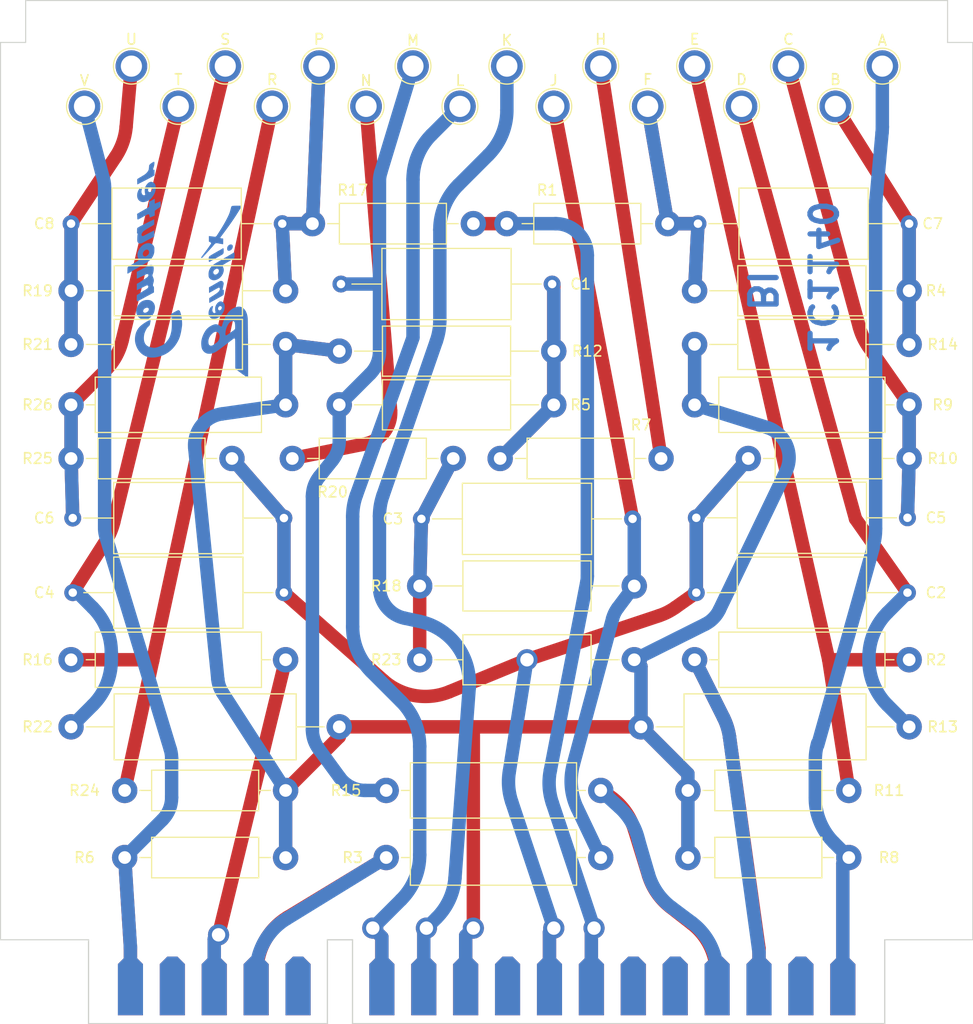
<source format=kicad_pcb>
(kicad_pcb (version 20211014) (generator pcbnew)
  (layers (0 "F.Cu" signal) (31 "B.Cu" signal) (34 "B.Paste" user) (35 "F.Paste" user) (36 "B.SilkS" user "B.Silkscreen") (37 "F.SilkS" user "F.Silkscreen") (38 "B.Mask" user) (39 "F.Mask" user) (44 "Edge.Cuts" user))
  (net 0 "")
  (net 1 "/+100V")
  (net 2 "GND")
  (net 3 "/V2P1")
  (net 4 "/Input 1")
  (net 5 "/V1P2")
  (net 6 "/-160V")
  (net 7 "/V2P2")
  (net 8 "/V2P7")
  (net 9 "/Filament 2")
  (net 10 "/Filament 1")
  (net 11 "Net-(C1-Pad2)")
  (net 12 "/V2P3")
  (net 13 "/V2P6")
  (net 14 "Net-(C3-Pad2)")
  (net 15 "/V3P3")
  (net 16 "/V1P3")
  (net 17 "/V3P1")
  (net 18 "/V1P1")
  (net 20 "/Output 1_{0}")
  (net 21 "/Output 1_{1}")
  (net 26 "/Output 2_{1}")
  (net 27 "/Output 2_{0}")
  (net 35 "/V3P6")
  (net 36 "/V3P7")
  (net 37 "/V1P6")
  (net 38 "/V1P8")
  (net 39 "/Input 2")
  (footprint "TestPoint:TestPoint_Plated_Hole_D2.0mm" (layer "F.Cu") (at 134.62 60.02 180)
    (fp_text reference "TP7")
    (fp_text value "N")
  )
  (footprint "TestPoint:TestPoint_Plated_Hole_D2.0mm" (layer "F.Cu") (at 156.845 56.21)
    (fp_text reference "TP12")
    (fp_text value "H")
  )
  (footprint "Resistor_THT:R_Axial_DIN0516_L15.5mm_D5.0mm_P20.32mm_Horizontal" (layer "F.Cu") (at 165.735 112.395)
    (fp_text reference "R2")
    (fp_text value "3.9K 1W 5%")
  )
  (footprint "Resistor_THT:R_Axial_DIN0411_L9.9mm_D3.6mm_P15.24mm_Horizontal" (layer "F.Cu") (at 147.955 71.12)
    (fp_text reference "R1")
    (fp_text value "33K 1/2W 5%")
  )
  (footprint "TestPoint:TestPoint_Plated_Hole_D2.0mm" (layer "F.Cu") (at 112.395 56.21)
    (fp_text reference "TP2")
    (fp_text value "U")
  )
  (footprint "Resistor_THT:R_Axial_DIN0411_L9.9mm_D3.6mm_P15.24mm_Horizontal" (layer "F.Cu") (at 111.76 131.115)
    (fp_text reference "R6")
    (fp_text value "560K 1/2W 5%")
  )
  (footprint "Capacitor_THT:C_Axial_L12.0mm_D6.5mm_P20.00mm_Horizontal" (layer "F.Cu") (at 185.895 98.9584 180)
    (fp_text reference "C5")
    (fp_text value "300nF 500V")
  )
  (footprint "Resistor_THT:R_Axial_DIN0414_L11.9mm_D4.5mm_P20.32mm_Horizontal" (layer "F.Cu") (at 139.7 112.395)
    (fp_text reference "R23")
    (fp_text value "33K 1/4W 1%")
  )
  (footprint "Resistor_THT:R_Axial_DIN0617_L17.0mm_D6.0mm_P25.40mm_Horizontal" (layer "F.Cu") (at 186.055 118.745 180)
    (fp_text reference "R13")
    (fp_text value "3.9K 1/2W 1%")
  )
  (footprint "TestPoint:TestPoint_Plated_Hole_D2.0mm" (layer "F.Cu") (at 116.84 60.02)
    (fp_text reference "TP3")
    (fp_text value "T")
  )
  (footprint "Capacitor_THT:C_Axial_L12.0mm_D6.5mm_P20.00mm_Horizontal" (layer "F.Cu") (at 132.24 76.835)
    (fp_text reference "C1")
    (fp_text value "30nF 500V")
  )
  (footprint "TestPoint:TestPoint_Plated_Hole_D2.0mm" (layer "F.Cu") (at 174.625 56.21)
    (fp_text reference "TP16")
    (fp_text value "C")
  )
  (footprint "Resistor_THT:R_Axial_DIN0516_L15.5mm_D5.0mm_P20.32mm_Horizontal" (layer "F.Cu") (at 127 112.395 180)
    (fp_text reference "R16")
    (fp_text value "3.9K 1W 5%")
  )
  (footprint "Resistor_THT:R_Axial_DIN0411_L9.9mm_D3.6mm_P15.24mm_Horizontal" (layer "F.Cu") (at 186.055 93.345 180)
    (fp_text reference "R10")
    (fp_text value "4.3K 1/2W 5%")
  )
  (footprint "Resistor_THT:R_Axial_DIN0414_L11.9mm_D4.5mm_P20.32mm_Horizontal" (layer "F.Cu") (at 127 77.47 180)
    (fp_text reference "R19")
    (fp_text value "270K 1/4W 1%")
  )
  (footprint "Resistor_THT:R_Axial_DIN0414_L11.9mm_D4.5mm_P20.32mm_Horizontal" (layer "F.Cu") (at 139.7 105.41)
    (fp_text reference "R18")
    (fp_text value "82K 1/4W 1%")
  )
  (footprint "Capacitor_THT:C_Axial_L12.0mm_D6.5mm_P20.00mm_Horizontal" (layer "F.Cu") (at 106.84 98.9838)
    (fp_text reference "C6")
    (fp_text value "300nF 500V")
  )
  (footprint "TestPoint:TestPoint_Plated_Hole_D2.0mm" (layer "F.Cu") (at 152.4 60.02 180)
    (fp_text reference "TP11")
    (fp_text value "J")
  )
  (footprint "Resistor_THT:R_Axial_DIN0414_L11.9mm_D4.5mm_P20.32mm_Horizontal" (layer "F.Cu") (at 186.055 77.47 180)
    (fp_text reference "R4")
    (fp_text value "270K 1/4W 1%")
  )
  (footprint "Resistor_THT:R_Axial_DIN0411_L9.9mm_D3.6mm_P15.24mm_Horizontal" (layer "F.Cu") (at 180.34 124.765 180)
    (fp_text reference "R11")
    (fp_text value "110K 1/2W 5%")
  )
  (footprint "TestPoint:TestPoint_Plated_Hole_D2.0mm" (layer "F.Cu") (at 147.955 56.21 180)
    (fp_text reference "TP10")
    (fp_text value "K")
  )
  (footprint "TestPoint:TestPoint_Plated_Hole_D2.0mm" (layer "F.Cu") (at 107.95 60.02 180)
    (fp_text reference "TP1")
    (fp_text value "V")
  )
  (footprint "Resistor_THT:R_Axial_DIN0414_L11.9mm_D4.5mm_P20.32mm_Horizontal" (layer "F.Cu") (at 165.735 82.55)
    (fp_text reference "R14")
    (fp_text value "56K 1/4W 1%")
  )
  (footprint "Resistor_THT:R_Axial_DIN0414_L11.9mm_D4.5mm_P20.32mm_Horizontal" (layer "F.Cu") (at 152.4 88.265 180)
    (fp_text reference "R5")
    (fp_text value "82K 1/4W 1%")
  )
  (footprint "Resistor_THT:R_Axial_DIN0516_L15.5mm_D5.0mm_P20.32mm_Horizontal" (layer "F.Cu") (at 127 88.265 180)
    (fp_text reference "R26")
    (fp_text value "82K 1W 5%")
  )
  (footprint "Resistor_THT:R_Axial_DIN0411_L9.9mm_D3.6mm_P15.24mm_Horizontal" (layer "F.Cu") (at 144.78 71.12 180)
    (fp_text reference "R17")
    (fp_text value "33K 1/2W 5%")
  )
  (footprint "TestPoint:TestPoint_Plated_Hole_D2.0mm" (layer "F.Cu") (at 161.29 60.02)
    (fp_text reference "TP13")
    (fp_text value "F")
  )
  (footprint "TestPoint:TestPoint_Plated_Hole_D2.0mm" (layer "F.Cu") (at 139.065 56.21 180)
    (fp_text reference "TP8")
    (fp_text value "M")
  )
  (footprint "Resistor_THT:R_Axial_DIN0411_L9.9mm_D3.6mm_P15.24mm_Horizontal" (layer "F.Cu") (at 111.76 124.765)
    (fp_text reference "R24")
    (fp_text value "110K 1/2W 5%")
  )
  (footprint "Capacitor_THT:C_Axial_L12.0mm_D6.5mm_P20.00mm_Horizontal" (layer "F.Cu") (at 166.055 71.12)
    (fp_text reference "C7")
    (fp_text value "30nF 500V")
  )
  (footprint "TestPoint:TestPoint_Plated_Hole_D2.0mm" (layer "F.Cu") (at 179.07 60.02)
    (fp_text reference "TP17")
    (fp_text value "B")
  )
  (footprint "Bendix_G15:Card_Edge_P_Key" (layer "F.Cu") (at 146.0375 138.9)
    (fp_text reference "J1")
    (fp_text value "Conn_02x18_Row_Letter_First")
    (fp_line (start 37.703125 7.9375) (end -12.7 7.9375) (layer "Edge.Cuts") (width 0.12))
    (fp_line (start -37.703125 7.9375) (end -37.703125 0) (layer "Edge.Cuts") (width 0.12))
    (fp_line (start -15.08125 0) (end -12.7 0) (layer "Edge.Cuts") (width 0.12))
    (fp_line (start -15.08125 0) (end -15.08125 7.9375) (layer "Edge.Cuts") (width 0.12))
    (fp_line (start -15.08125 7.9375) (end -37.703125 7.9375) (layer "Edge.Cuts") (width 0.12))
    (fp_line (start -12.7 7.9375) (end -12.7 0) (layer "Edge.Cuts") (width 0.12))
    (fp_line (start 37.703125 0) (end 37.703125 7.9375) (layer "Edge.Cuts") (width 0.12))
  )
  (footprint "TestPoint:TestPoint_Plated_Hole_D2.0mm" (layer "F.Cu") (at 183.515 56.21 180)
    (fp_text reference "TP18")
    (fp_text value "A")
  )
  (footprint "Resistor_THT:R_Axial_DIN0414_L11.9mm_D4.5mm_P20.32mm_Horizontal" (layer "F.Cu") (at 106.68 82.55)
    (fp_text reference "R21")
    (fp_text value "56K 1/4W 1%")
  )
  (footprint "TestPoint:TestPoint_Plated_Hole_D2.0mm" (layer "F.Cu") (at 143.51 60.02 180)
    (fp_text reference "TP9")
    (fp_text value "L")
  )
  (footprint "Resistor_THT:R_Axial_DIN0516_L15.5mm_D5.0mm_P20.32mm_Horizontal" (layer "F.Cu") (at 186.055 88.265 180)
    (fp_text reference "R9")
    (fp_text value "82K 1W 5%")
  )
  (footprint "Resistor_THT:R_Axial_DIN0411_L9.9mm_D3.6mm_P15.24mm_Horizontal" (layer "F.Cu") (at 180.34 131.115 180)
    (fp_text reference "R8")
    (fp_text value "560K 1/2W 5%")
  )
  (footprint "TestPoint:TestPoint_Plated_Hole_D2.0mm" (layer "F.Cu") (at 125.73 60.02)
    (fp_text reference "TP5")
    (fp_text value "R")
  )
  (footprint "Resistor_THT:R_Axial_DIN0617_L17.0mm_D6.0mm_P25.40mm_Horizontal" (layer "F.Cu") (at 106.68 118.745)
    (fp_text reference "R22")
    (fp_text value "3.9K 1/2W 1%")
  )
  (footprint "Capacitor_THT:C_Axial_L12.0mm_D6.5mm_P20.00mm_Horizontal" (layer "F.Cu") (at 185.895 106.045 180)
    (fp_text reference "C2")
    (fp_text value "300nF 500V")
  )
  (footprint "Resistor_THT:R_Axial_DIN0411_L9.9mm_D3.6mm_P15.24mm_Horizontal" (layer "F.Cu") (at 142.875 93.345 180)
    (fp_text reference "R20")
    (fp_text value "1.2K 1/2W 5%")
  )
  (footprint "Capacitor_THT:C_Axial_L12.0mm_D6.5mm_P20.00mm_Horizontal" (layer "F.Cu") (at 126.68 71.12 180)
    (fp_text reference "C8")
    (fp_text value "30nF 500V")
  )
  (footprint "TestPoint:TestPoint_Plated_Hole_D2.0mm" (layer "F.Cu") (at 121.285 56.21)
    (fp_text reference "TP4")
    (fp_text value "S")
  )
  (footprint "TestPoint:TestPoint_Plated_Hole_D2.0mm" (layer "F.Cu") (at 130.175 56.21)
    (fp_text reference "TP6")
    (fp_text value "P")
  )
  (footprint "Resistor_THT:R_Axial_DIN0516_L15.5mm_D5.0mm_P20.32mm_Horizontal" (layer "F.Cu") (at 136.525 131.115)
    (fp_text reference "R15")
    (fp_text value "3.9K 1W 5%")
  )
  (footprint "Resistor_THT:R_Axial_DIN0414_L11.9mm_D4.5mm_P20.32mm_Horizontal" (layer "F.Cu") (at 152.4 83.185 180)
    (fp_text reference "R12")
    (fp_text value "33K 1/4W 1%")
  )
  (footprint "Resistor_THT:R_Axial_DIN0516_L15.5mm_D5.0mm_P20.32mm_Horizontal" (layer "F.Cu") (at 156.845 124.765 180)
    (fp_text reference "R3")
    (fp_text value "3.9K 1W 5%")
  )
  (footprint "Resistor_THT:R_Axial_DIN0411_L9.9mm_D3.6mm_P15.24mm_Horizontal" (layer "F.Cu") (at 147.32 93.345)
    (fp_text reference "R7")
    (fp_text value "1.2K 1/2W 5%")
  )
  (footprint "Capacitor_THT:C_Axial_L12.0mm_D6.5mm_P20.00mm_Horizontal" (layer "F.Cu") (at 159.86 99.06 180)
    (fp_text reference "C3")
    (fp_text value "30nF 500V")
  )
  (footprint "TestPoint:TestPoint_Plated_Hole_D2.0mm" (layer "F.Cu") (at 170.18 60.02)
    (fp_text reference "TP15")
    (fp_text value "D")
  )
  (footprint "Resistor_THT:R_Axial_DIN0411_L9.9mm_D3.6mm_P15.24mm_Horizontal" (layer "F.Cu") (at 106.68 93.345)
    (fp_text reference "R25")
    (fp_text value "4.3K 1/2W 5%")
  )
  (footprint "TestPoint:TestPoint_Plated_Hole_D2.0mm" (layer "F.Cu") (at 165.735 56.21)
    (fp_text reference "TP14")
    (fp_text value "E")
  )
  (footprint "Capacitor_THT:C_Axial_L12.0mm_D6.5mm_P20.00mm_Horizontal" (layer "F.Cu") (at 106.84 106.045)
    (fp_text reference "C4")
    (fp_text value "300nF 500V")
  )
  (footprint "LOGO" (layer "B.Cu") (at 114.935 74.295 90)
    (fp_text reference "G***" hide)
    (fp_text value "LOGO" hide)
  )
  (footprint "LOGO" (layer "B.Cu") (at 121.285 77.47 90)
    (fp_text reference "G***" hide)
    (fp_text value "LOGO" hide)
  )
  (gr_line (start 102.38125 50) (end 189.69375 50) (layer "Edge.Cuts") (width 0.1))
  (gr_line (start 102.38125 53.96875) (end 100 53.96875) (layer "Edge.Cuts") (width 0.1))
  (gr_line (start 100 53.96875) (end 100 138.9) (layer "Edge.Cuts") (width 0.1))
  (gr_line (start 192.075 53.96875) (end 192.075 138.9) (layer "Edge.Cuts") (width 0.1))
  (gr_line (start 108.334375 138.9) (end 100 138.9) (layer "Edge.Cuts") (width 0.1))
  (gr_line (start 102.38125 50) (end 102.38125 53.96875) (layer "Edge.Cuts") (width 0.1))
  (gr_line (start 192.075 53.96875) (end 189.69375 53.96875) (layer "Edge.Cuts") (width 0.1))
  (gr_line (start 189.69375 50) (end 189.69375 53.96875) (layer "Edge.Cuts") (width 0.1))
  (gr_line (start 183.740625 138.9) (end 192.075 138.9) (layer "Edge.Cuts") (width 0.1))
  (gr_text "BI" (at 172.085 77.47 270) (layer "B.Cu") (effects (font (size 2.5 2.5) (thickness 0.5)) (justify mirror)))
  (gr_text "1C1140\n" (at 177.8 76.2 270) (layer "B.Cu") (effects (font (size 2.5 2.5) (thickness 0.5)) (justify mirror)))
  (via (at 104.7625 134.1375) (size 4.7625) (drill 3.175) (layers "F.Cu" "B.Cu") (remove_unused_layers) (net 0))
  (via (at 187.3125 134.1375) (size 4.7625) (drill 3.175) (layers "F.Cu" "B.Cu") (remove_unused_layers) (net 0))
  (segment (start 147.955 71.12) (end 144.78 71.12) (width 1.27) (layer "F.Cu") (net 1))
  (segment (start 155.959375 138.045625) (end 156.21 137.795) (width 1.27) (layer "F.Cu") (net 1))
  (segment (start 155.959375 143.265625) (end 155.959375 138.045625) (width 1.27) (layer "F.Cu") (net 1))
  (via (at 156.21 137.795) (size 2) (drill 1.27) (layers "F.Cu" "B.Cu") (net 1))
  (segment (start 152.063991 122.915213) (end 155.520339 105.057413) (width 1.27) (layer "B.Cu") (net 1))
  (segment (start 156.21 137.795) (end 152.26257 125.952711) (width 1.27) (layer "B.Cu") (net 1))
  (segment (start 152.575 71.12) (end 147.955 71.12) (width 1.27) (layer "B.Cu") (net 1))
  (segment (start 155.959375 143.265625) (end 155.959375 138.045625) (width 1.27) (layer "B.Cu") (net 1))
  (segment (start 155.959375 138.045625) (end 156.21 137.795) (width 1.27) (layer "B.Cu") (net 1))
  (segment (start 155.575 104.487347) (end 155.575 74.12) (width 1.27) (layer "B.Cu") (net 1))
  (arc (start 152.575 71.12) (mid 154.69632 71.99868) (end 155.575 74.12) (width 1.27) (layer "B.Cu") (net 1))
  (arc (start 155.575 104.487347) (mid 155.561304 104.773687) (end 155.520339 105.057413) (width 1.27) (layer "B.Cu") (net 1))
  (arc (start 152.26257 125.952711) (mid 151.967451 124.446765) (end 152.063991 122.915213) (width 1.27) (layer "B.Cu") (net 1))
  (segment (start 121.92 93.345) (end 126.84 98.9838) (width 1.27) (layer "F.Cu") (net 2))
  (segment (start 151.990625 143.265625) (end 151.990625 138.204375) (width 1.27) (layer "F.Cu") (net 2))
  (segment (start 126.84 98.9838) (end 126.84 106.045) (width 1.27) (layer "F.Cu") (net 2))
  (segment (start 151.990625 138.204375) (end 152.4 137.795) (width 1.27) (layer "F.Cu") (net 2))
  (segment (start 165.895 106.045) (end 165.895 98.9584) (width 1.27) (layer "F.Cu") (net 2))
  (segment (start 163.917642 107.440136) (end 165.895 106.045) (width 1.27) (layer "F.Cu") (net 2))
  (segment (start 165.895 98.9584) (end 170.815 93.345) (width 1.27) (layer "F.Cu") (net 2))
  (segment (start 149.86 112.395) (end 162.355979 108.229674) (width 1.27) (layer "F.Cu") (net 2))
  (segment (start 142.520082 115.417319) (end 149.86 112.395) (width 1.27) (layer "F.Cu") (net 2))
  (segment (start 126.84 106.045) (end 136.26415 114.366775) (width 1.27) (layer "F.Cu") (net 2))
  (via (at 152.4 137.795) (size 2) (drill 1.27) (layers "F.Cu" "B.Cu") (net 2))
  (via (at 149.86 112.395) (size 2) (drill 1.27) (layers "F.Cu" "B.Cu") (net 2))
  (arc (start 142.520082 115.417319) (mid 139.24193 115.7864) (end 136.26415 114.366775) (width 1.27) (layer "F.Cu") (net 2))
  (arc (start 163.917642 107.440136) (mid 163.165749 107.892143) (end 162.355979 108.229674) (width 1.27) (layer "F.Cu") (net 2))
  (segment (start 148.183183 123.014841) (end 149.86 112.395) (width 1.27) (layer "B.Cu") (net 2))
  (segment (start 165.895 98.9584) (end 165.895 106.045) (width 1.27) (layer "B.Cu") (net 2))
  (segment (start 152.4 137.795) (end 148.417661 125.847983) (width 1.27) (layer "B.Cu") (net 2))
  (segment (start 170.815 93.345) (end 165.895 98.9584) (width 1.27) (layer "B.Cu") (net 2))
  (segment (start 151.990625 143.265625) (end 151.990625 138.204375) (width 1.27) (layer "B.Cu") (net 2))
  (segment (start 126.84 98.9838) (end 126.84 106.045) (width 1.27) (layer "B.Cu") (net 2))
  (segment (start 151.990625 138.204375) (end 152.4 137.795) (width 1.27) (layer "B.Cu") (net 2))
  (segment (start 121.92 93.345) (end 126.84 98.9838) (width 1.27) (layer "B.Cu") (net 2))
  (arc (start 148.417661 125.847983) (mid 148.130205 124.4455) (end 148.183183 123.014841) (width 1.27) (layer "B.Cu") (net 2))
  (segment (start 129.54 119.033647) (end 129.54 96.937343) (width 1.27) (layer "B.Cu") (net 3))
  (segment (start 130.197394 95.063258) (end 131.422607 93.531742) (width 1.27) (layer "B.Cu") (net 3))
  (segment (start 132.121051 123.537987) (end 130.119975 120.806633) (width 1.27) (layer "B.Cu") (net 3))
  (segment (start 135.89 76.835) (end 135.89 67.120072) (width 1.27) (layer "B.Cu") (net 3))
  (segment (start 136.525 124.765) (end 134.541076 124.765) (width 1.27) (layer "B.Cu") (net 3))
  (segment (start 132.08 88.265) (end 135.011321 85.333679) (width 1.27) (layer "B.Cu") (net 3))
  (segment (start 136.019215 66.249098) (end 139.065 56.21) (width 1.27) (layer "B.Cu") (net 3))
  (segment (start 132.08 91.657657) (end 132.08 88.265) (width 1.27) (layer "B.Cu") (net 3))
  (segment (start 135.89 83.212359) (end 135.89 76.835) (width 1.27) (layer "B.Cu") (net 3))
  (segment (start 132.24 76.835) (end 135.89 76.835) (width 1.27) (layer "B.Cu") (net 3))
  (arc (start 130.197394 95.063258) (mid 129.709115 95.944322) (end 129.54 96.937343) (width 1.27) (layer "B.Cu") (net 3))
  (arc (start 136.019215 66.249098) (mid 135.922479 66.679819) (end 135.89 67.120072) (width 1.27) (layer "B.Cu") (net 3))
  (arc (start 130.119975 120.806633) (mid 129.688678 119.966365) (end 129.54 119.033647) (width 1.27) (layer "B.Cu") (net 3))
  (arc (start 132.121051 123.537987) (mid 133.184418 124.440721) (end 134.541076 124.765) (width 1.27) (layer "B.Cu") (net 3))
  (arc (start 131.422607 93.531742) (mid 131.910885 92.650678) (end 132.08 91.657657) (width 1.27) (layer "B.Cu") (net 3))
  (arc (start 135.011321 85.333679) (mid 135.661639 84.360409) (end 135.89 83.212359) (width 1.27) (layer "B.Cu") (net 3))
  (segment (start 179.771875 143.265625) (end 179.771875 131.683125) (width 1.27) (layer "F.Cu") (net 4))
  (segment (start 179.771875 131.683125) (end 180.34 131.115) (width 1.27) (layer "F.Cu") (net 4))
  (segment (start 177.165 125.454719) (end 177.165 121.92) (width 1.27) (layer "B.Cu") (net 4))
  (segment (start 182.88 99.975526) (end 182.88 69.487166) (width 1.27) (layer "B.Cu") (net 4))
  (segment (start 179.771875 131.683125) (end 180.34 131.115) (width 1.27) (layer "B.Cu") (net 4))
  (segment (start 180.34 131.115) (end 178.922359 129.697359) (width 1.27) (layer "B.Cu") (net 4))
  (segment (start 177.389094 120.48822) (end 182.655906 101.761779) (width 1.27) (layer "B.Cu") (net 4))
  (segment (start 183.515 61.957834) (end 183.515 56.21) (width 1.27) (layer "B.Cu") (net 4))
  (segment (start 179.771875 143.265625) (end 179.771875 131.683125) (width 1.27) (layer "B.Cu") (net 4))
  (segment (start 182.904641 68.943952) (end 183.490359 62.501048) (width 1.27) (layer "B.Cu") (net 4))
  (arc (start 182.88 69.487166) (mid 182.886163 69.21528) (end 182.904641 68.943952) (width 1.27) (layer "B.Cu") (net 4))
  (arc (start 183.490359 62.501048) (mid 183.508837 62.22972) (end 183.515 61.957834) (width 1.27) (layer "B.Cu") (net 4))
  (arc (start 182.655906 101.6) (mid 182.823713 100.795455) (end 182.88 99.975526) (width 1.27) (layer "B.Cu") (net 4))
  (arc (start 177.165 121.92) (mid 177.221288 121.100072) (end 177.389094 120.295527) (width 1.27) (layer "B.Cu") (net 4))
  (arc (start 178.922359 129.697359) (mid 177.621723 127.750819) (end 177.165 125.454719) (width 1.27) (layer "B.Cu") (net 4))
  (segment (start 127.635 93.345) (end 134.543061 91.963388) (width 1.27) (layer "F.Cu") (net 5))
  (segment (start 136.944958 88.779914) (end 134.62 60.02) (width 1.27) (layer "F.Cu") (net 5))
  (arc (start 136.944958 88.779914) (mid 136.349543 90.828519) (end 134.543061 91.963388) (width 1.27) (layer "F.Cu") (net 5))
  (segment (start 144.053125 143.265625) (end 144.053125 138.521875) (width 1.27) (layer "F.Cu") (net 6))
  (segment (start 127 82.55) (end 132.08 83.185) (width 1.27) (layer "F.Cu") (net 6))
  (segment (start 165.1 123.19) (end 160.655 118.745) (width 1.27) (layer "F.Cu") (net 6))
  (segment (start 144.78 118.745) (end 132.08 118.745) (width 1.27) (layer "F.Cu") (net 6))
  (segment (start 165.1 131.115) (end 165.1 124.765) (width 1.27) (layer "F.Cu") (net 6))
  (segment (start 144.053125 138.521875) (end 144.78 137.795) (width 1.27) (layer "F.Cu") (net 6))
  (segment (start 160.655 113.03) (end 160.02 112.395) (width 1.27) (layer "F.Cu") (net 6))
  (segment (start 165.735 88.265) (end 165.735 82.55) (width 1.27) (layer "F.Cu") (net 6))
  (segment (start 160.655 118.745) (end 160.655 113.03) (width 1.27) (layer "F.Cu") (net 6))
  (segment (start 127 131.115) (end 127 124.765) (width 1.27) (layer "F.Cu") (net 6))
  (segment (start 127 88.265) (end 127 82.55) (width 1.27) (layer "F.Cu") (net 6))
  (segment (start 132.08 118.745) (end 132.08 119.685) (width 1.27) (layer "F.Cu") (net 6))
  (segment (start 132.08 119.685) (end 127 124.765) (width 1.27) (layer "F.Cu") (net 6))
  (segment (start 144.78 137.795) (end 144.78 118.745) (width 1.27) (layer "F.Cu") (net 6))
  (segment (start 160.655 118.745) (end 144.78 118.745) (width 1.27) (layer "F.Cu") (net 6))
  (segment (start 165.1 124.765) (end 165.1 123.19) (width 1.27) (layer "F.Cu") (net 6))
  (via (at 144.78 137.795) (size 2) (drill 1.27) (layers "F.Cu" "B.Cu") (net 6))
  (segment (start 144.053125 143.265625) (end 144.053125 138.521875) (width 1.27) (layer "B.Cu") (net 6))
  (segment (start 160.655 118.745) (end 160.655 113.03) (width 1.27) (layer "B.Cu") (net 6))
  (segment (start 165.1 123.19) (end 160.655 118.745) (width 1.27) (layer "B.Cu") (net 6))
  (segment (start 144.053125 138.521875) (end 144.78 137.795) (width 1.27) (layer "B.Cu") (net 6))
  (segment (start 160.02 112.395) (end 166.723269 109.043366) (width 1.27) (layer "B.Cu") (net 6))
  (segment (start 165.735 88.265) (end 165.735 82.55) (width 1.27) (layer "B.Cu") (net 6))
  (segment (start 168.084633 107.661531) (end 174.388431 94.569028) (width 1.27) (layer "B.Cu") (net 6))
  (segment (start 172.580251 90.404141) (end 165.735 88.265) (width 1.27) (layer "B.Cu") (net 6))
  (segment (start 160.655 113.03) (end 160.02 112.395) (width 1.27) (layer "B.Cu") (net 6))
  (segment (start 127 131.115) (end 127 124.765) (width 1.27) (layer "B.Cu") (net 6))
  (segment (start 165.1 124.765) (end 165.1 131.115) (width 1.27) (layer "B.Cu") (net 6))
  (segment (start 120.577917 114.214173) (end 118.396164 92.396643) (width 1.27) (layer "B.Cu") (net 6))
  (segment (start 127 124.765) (end 121.043081 115.543502) (width 1.27) (layer "B.Cu") (net 6))
  (segment (start 165.1 124.765) (end 165.1 123.19) (width 1.27) (layer "B.Cu") (net 6))
  (segment (start 127 82.55) (end 132.08 83.185) (width 1.27) (layer "B.Cu") (net 6))
  (segment (start 127 88.265) (end 120.957012 89.128284) (width 1.27) (layer "B.Cu") (net 6))
  (segment (start 127 88.265) (end 127 82.55) (width 1.27) (layer "B.Cu") (net 6))
  (arc (start 120.957012 89.128284) (mid 119.019814 90.247863) (end 118.396164 92.396643) (width 1.27) (layer "B.Cu") (net 6))
  (arc (start 121.043081 115.543502) (mid 120.731386 114.906521) (end 120.577917 114.214173) (width 1.27) (layer "B.Cu") (net 6))
  (arc (start 172.580251 90.404141) (mid 174.437274 92.07287) (end 174.388431 94.569028) (width 1.27) (layer "B.Cu") (net 6))
  (arc (start 166.723269 109.043366) (mid 167.518719 108.465516) (end 168.084633 107.661531) (width 1.27) (layer "B.Cu") (net 6))
  (segment (start 186.055 82.55) (end 186.055 77.47) (width 1.27) (layer "F.Cu") (net 7))
  (segment (start 186.055 71.12) (end 179.07 60.02) (width 1.27) (layer "F.Cu") (net 7))
  (segment (start 186.055 77.47) (end 186.055 71.12) (width 1.27) (layer "F.Cu") (net 7))
  (segment (start 186.055 82.55) (end 186.055 77.47) (width 1.27) (layer "B.Cu") (net 7))
  (segment (start 186.055 77.47) (end 186.055 71.12) (width 1.27) (layer "B.Cu") (net 7))
  (segment (start 106.68 77.47) (end 106.68 82.55) (width 1.27) (layer "F.Cu") (net 8))
  (segment (start 111.893257 61.970173) (end 112.395 56.21) (width 1.27) (layer "F.Cu") (net 8))
  (segment (start 106.68 77.47) (end 106.68 71.12) (width 1.27) (layer "F.Cu") (net 8))
  (segment (start 106.68 71.12) (end 110.908192 64.777712) (width 1.27) (layer "F.Cu") (net 8))
  (arc (start 111.893257 61.970173) (mid 111.577513 63.435971) (end 110.908192 64.777712) (width 1.27) (layer "F.Cu") (net 8))
  (segment (start 106.68 77.47) (end 106.68 71.12) (width 1.27) (layer "B.Cu") (net 8))
  (segment (start 106.68 82.55) (end 106.68 77.47) (width 1.27) (layer "B.Cu") (net 8))
  (segment (start 136.115625 138.655625) (end 135.255 137.795) (width 1.27) (layer "F.Cu") (net 9))
  (segment (start 136.115625 143.265625) (end 136.115625 138.655625) (width 1.27) (layer "F.Cu") (net 9))
  (via (at 135.255 137.795) (size 2) (drill 1.27) (layers "F.Cu" "B.Cu") (net 9))
  (segment (start 135.255 137.795) (end 137.942641 135.107359) (width 1.27) (layer "B.Cu") (net 9))
  (segment (start 136.115625 143.265625) (end 136.115625 138.655625) (width 1.27) (layer "B.Cu") (net 9))
  (segment (start 139.065 66.950281) (end 139.065 81.819576) (width 1.27) (layer "B.Cu") (net 9))
  (segment (start 143.51 60.02) (end 140.822359 62.707641) (width 1.27) (layer "B.Cu") (net 9))
  (segment (start 137.94264 116.35264) (end 135.107359 113.517359) (width 1.27) (layer "B.Cu") (net 9))
  (segment (start 139.7 130.864719) (end 139.7 120.595281) (width 1.27) (layer "B.Cu") (net 9))
  (segment (start 133.35 109.274719) (end 133.35 98.837107) (width 1.27) (layer "B.Cu") (net 9))
  (segment (start 133.704676 96.80479) (end 139.065 81.915) (width 1.27) (layer "B.Cu") (net 9))
  (segment (start 136.115625 138.655625) (end 135.255 137.795) (width 1.27) (layer "B.Cu") (net 9))
  (arc (start 139.065 66.950281) (mid 139.521723 64.654181) (end 140.822359 62.707641) (width 1.27) (layer "B.Cu") (net 9))
  (arc (start 133.35 98.837107) (mid 133.439334 97.80559) (end 133.704676 96.80479) (width 1.27) (layer "B.Cu") (net 9))
  (arc (start 139.7 120.595281) (mid 139.243277 118.29918) (end 137.94264 116.35264) (width 1.27) (layer "B.Cu") (net 9))
  (arc (start 135.107359 113.517359) (mid 133.806723 111.570819) (end 133.35 109.274719) (width 1.27) (layer "B.Cu") (net 9))
  (arc (start 137.942641 135.107359) (mid 139.243277 133.160819) (end 139.7 130.864719) (width 1.27) (layer "B.Cu") (net 9))
  (segment (start 140.084375 138.045625) (end 140.335 137.795) (width 1.27) (layer "F.Cu") (net 10))
  (segment (start 140.084375 143.265625) (end 140.084375 138.045625) (width 1.27) (layer "F.Cu") (net 10))
  (via (at 140.335 137.795) (size 2) (drill 1.27) (layers "F.Cu" "B.Cu") (net 10))
  (segment (start 141.605 80.270911) (end 141.605 71.700281) (width 1.27) (layer "B.Cu") (net 10))
  (segment (start 140.084375 138.045625) (end 140.335 137.795) (width 1.27) (layer "B.Cu") (net 10))
  (segment (start 140.084375 143.265625) (end 140.084375 138.045625) (width 1.27) (layer "B.Cu") (net 10))
  (segment (start 135.89 105.524753) (end 135.89 98.799089) (width 1.27) (layer "B.Cu") (net 10))
  (segment (start 143.36236 67.45764) (end 146.197641 64.622359) (width 1.27) (layer "B.Cu") (net 10))
  (segment (start 136.220084 96.836425) (end 141.274917 82.233574) (width 1.27) (layer "B.Cu") (net 10))
  (segment (start 143.041488 133.035167) (end 144.388578 115.07396) (width 1.27) (layer "B.Cu") (net 10))
  (segment (start 139.662557 108.758405) (end 138.261413 108.45816) (width 1.27) (layer "B.Cu") (net 10))
  (segment (start 147.955 60.379719) (end 147.955 56.21) (width 1.27) (layer "B.Cu") (net 10))
  (segment (start 140.335 137.795) (end 141.300933 136.829067) (width 1.27) (layer "B.Cu") (net 10))
  (arc (start 135.89 98.799089) (mid 135.973096 97.803975) (end 136.220084 96.836425) (width 1.27) (layer "B.Cu") (net 10))
  (arc (start 141.300933 136.829067) (mid 142.511764 135.088355) (end 143.041488 133.035167) (width 1.27) (layer "B.Cu") (net 10))
  (arc (start 144.388578 115.07396) (mid 143.209266 111.030404) (end 139.662557 108.758405) (width 1.27) (layer "B.Cu") (net 10))
  (arc (start 141.605 80.270911) (mid 141.521904 81.266024) (end 141.274917 82.233574) (width 1.27) (layer "B.Cu") (net 10))
  (arc (start 146.197641 64.622359) (mid 147.498277 62.675819) (end 147.955 60.379719) (width 1.27) (layer "B.Cu") (net 10))
  (arc (start 138.261413 108.45816) (mid 136.557002 107.410786) (end 135.89 105.524753) (width 1.27) (layer "B.Cu") (net 10))
  (arc (start 143.36236 67.45764) (mid 142.061723 69.40418) (end 141.605 71.700281) (width 1.27) (layer "B.Cu") (net 10))
  (segment (start 152.4 83.185) (end 152.4 76.995) (width 1.27) (layer "F.Cu") (net 11))
  (segment (start 152.4 88.265) (end 152.4 83.185) (width 1.27) (layer "F.Cu") (net 11))
  (segment (start 147.32 93.345) (end 152.4 88.265) (width 1.27) (layer "F.Cu") (net 11))
  (segment (start 152.4 76.995) (end 152.24 76.835) (width 1.27) (layer "F.Cu") (net 11))
  (segment (start 152.4 77.47) (end 152.24 76.835) (width 1.27) (layer "B.Cu") (net 11))
  (segment (start 152.4 88.265) (end 152.4 83.185) (width 1.27) (layer "B.Cu") (net 11))
  (segment (start 147.32 93.345) (end 152.4 88.265) (width 1.27) (layer "B.Cu") (net 11))
  (segment (start 152.4 83.185) (end 152.4 77.47) (width 1.27) (layer "B.Cu") (net 11))
  (segment (start 185.895 106.045) (end 180.975 99.06) (width 1.27) (layer "F.Cu") (net 12))
  (segment (start 180.975 99.06) (end 170.18 60.02) (width 1.27) (layer "F.Cu") (net 12))
  (segment (start 182.245 112.449719) (end 182.245 112.180281) (width 1.27) (layer "B.Cu") (net 12))
  (segment (start 184.00236 107.93764) (end 185.895 106.045) (width 1.27) (layer "B.Cu") (net 12))
  (segment (start 186.055 118.745) (end 184.002359 116.692359) (width 1.27) (layer "B.Cu") (net 12))
  (arc (start 182.245 112.449719) (mid 182.701723 114.745819) (end 184.002359 116.692359) (width 1.27) (layer "B.Cu") (net 12))
  (arc (start 182.245 112.180281) (mid 182.701723 109.88418) (end 184.00236 107.93764) (width 1.27) (layer "B.Cu") (net 12))
  (segment (start 159.86 99.06) (end 152.4 60.02) (width 1.27) (layer "F.Cu") (net 13))
  (segment (start 156.845 131.115) (end 154.625007 126.461755) (width 1.27) (layer "B.Cu") (net 13))
  (segment (start 158.461648 107.487802) (end 160.02 105.41) (width 1.27) (layer "B.Cu") (net 13))
  (segment (start 160.02 105.41) (end 160.02 99.22) (width 1.27) (layer "B.Cu") (net 13))
  (segment (start 160.02 99.22) (end 159.86 99.06) (width 1.27) (layer "B.Cu") (net 13))
  (segment (start 154.246594 122.318365) (end 157.964801 108.507882) (width 1.27) (layer "B.Cu") (net 13))
  (arc (start 154.625007 126.461755) (mid 154.065156 124.423911) (end 154.246594 122.318365) (width 1.27) (layer "B.Cu") (net 13))
  (arc (start 158.461648 107.487802) (mid 158.164559 107.974139) (end 157.964801 108.507882) (width 1.27) (layer "B.Cu") (net 13))
  (segment (start 139.7 112.395) (end 139.7 105.41) (width 1.27) (layer "F.Cu") (net 14))
  (segment (start 139.7 105.41) (end 139.86 99.06) (width 1.27) (layer "F.Cu") (net 14))
  (segment (start 139.86 99.06) (end 142.875 93.345) (width 1.27) (layer "F.Cu") (net 14))
  (segment (start 139.7 105.41) (end 139.86 99.06) (width 1.27) (layer "B.Cu") (net 14))
  (segment (start 142.875 93.345) (end 139.86 99.06) (width 1.27) (layer "B.Cu") (net 14))
  (segment (start 186.055 88.265) (end 182.210193 82.772419) (width 1.27) (layer "F.Cu") (net 15))
  (segment (start 185.895 98.9584) (end 186.055 93.345) (width 1.27) (layer "F.Cu") (net 15))
  (segment (start 181.335549 80.905012) (end 174.625 56.21) (width 1.27) (layer "F.Cu") (net 15))
  (segment (start 186.055 93.345) (end 186.055 88.265) (width 1.27) (layer "F.Cu") (net 15))
  (arc (start 182.210193 82.772419) (mid 181.692046 81.876572) (end 181.335549 80.905012) (width 1.27) (layer "F.Cu") (net 15))
  (segment (start 186.055 88.265) (end 186.055 93.345) (width 1.27) (layer "B.Cu") (net 15))
  (segment (start 186.055 93.345) (end 185.895 98.9584) (width 1.27) (layer "B.Cu") (net 15))
  (segment (start 110.72628 99.364305) (end 121.285 56.21) (width 1.27) (layer "F.Cu") (net 16))
  (segment (start 106.84 106.045) (end 109.954873 101.167876) (width 1.27) (layer "F.Cu") (net 16))
  (arc (start 109.954873 101.167876) (mid 110.414782 100.297829) (end 110.72628 99.364305) (width 1.27) (layer "F.Cu") (net 16))
  (segment (start 106.68 118.745) (end 108.732641 116.692359) (width 1.27) (layer "B.Cu") (net 16))
  (segment (start 108.73264 107.46264) (end 107.315 106.045) (width 1.27) (layer "B.Cu") (net 16))
  (segment (start 107.315 106.045) (end 106.84 106.045) (width 1.27) (layer "B.Cu") (net 16))
  (segment (start 110.49 112.449719) (end 110.49 111.705281) (width 1.27) (layer "B.Cu") (net 16))
  (arc (start 110.49 112.449719) (mid 110.033277 114.745819) (end 108.732641 116.692359) (width 1.27) (layer "B.Cu") (net 16))
  (arc (start 108.73264 107.46264) (mid 110.033277 109.40918) (end 110.49 111.705281) (width 1.27) (layer "B.Cu") (net 16))
  (segment (start 163.195 71.12) (end 161.29 60.02) (width 1.27) (layer "F.Cu") (net 17))
  (segment (start 163.195 71.12) (end 166.055 71.12) (width 1.27) (layer "F.Cu") (net 17))
  (segment (start 165.735 77.47) (end 166.055 71.12) (width 1.27) (layer "F.Cu") (net 17))
  (segment (start 165.735 77.47) (end 166.055 71.12) (width 1.27) (layer "B.Cu") (net 17))
  (segment (start 163.195 71.12) (end 161.29 60.02) (width 1.27) (layer "B.Cu") (net 17))
  (segment (start 166.055 71.12) (end 163.195 71.12) (width 1.27) (layer "B.Cu") (net 17))
  (segment (start 114.3 112.395) (end 114.406163 112.501163) (width 1.27) (layer "F.Cu") (net 18))
  (segment (start 106.68 112.395) (end 114.3 112.395) (width 1.27) (layer "F.Cu") (net 18))
  (segment (start 114.406163 112.501163) (end 125.73 60.02) (width 1.27) (layer "F.Cu") (net 18))
  (segment (start 111.76 124.765) (end 114.406163 112.501163) (width 1.27) (layer "F.Cu") (net 18))
  (segment (start 165.735 112.395) (end 168.470104 117.865208) (width 1.27) (layer "F.Cu") (net 20))
  (segment (start 171.834375 143.265625) (end 171.834375 139.7) (width 1.27) (layer "F.Cu") (net 20))
  (segment (start 171.834375 139.7) (end 169.045954 119.719197) (width 1.27) (layer "F.Cu") (net 20))
  (arc (start 169.045954 119.719197) (mid 168.833511 118.768758) (end 168.470104 117.865208) (width 1.27) (layer "F.Cu") (net 20))
  (segment (start 171.834375 140.084375) (end 169.044583 119.727058) (width 1.27) (layer "B.Cu") (net 20))
  (segment (start 168.466705 117.85841) (end 165.735 112.395) (width 1.27) (layer "B.Cu") (net 20))
  (segment (start 171.834375 143.265625) (end 171.834375 140.084375) (width 1.27) (layer "B.Cu") (net 20))
  (arc (start 168.466705 117.85841) (mid 168.832302 118.769027) (end 169.044583 119.727058) (width 1.27) (layer "B.Cu") (net 20))
  (segment (start 160.039282 128.491418) (end 161.368273 132.810638) (width 1.27) (layer "F.Cu") (net 21))
  (segment (start 167.786828 141.79861) (end 167.865625 143.265625) (width 1.27) (layer "F.Cu") (net 21))
  (segment (start 156.845 124.765) (end 157.502548 125.179203) (width 1.27) (layer "F.Cu") (net 21))
  (segment (start 163.419304 135.782236) (end 165.479109 137.384307) (width 1.27) (layer "F.Cu") (net 21))
  (arc (start 167.786828 141.79861) (mid 167.112697 139.340665) (end 165.479109 137.384307) (width 1.27) (layer "F.Cu") (net 21))
  (arc (start 157.502548 125.179203) (mid 159.068072 126.607726) (end 160.039282 128.491418) (width 1.27) (layer "F.Cu") (net 21))
  (arc (start 161.368273 132.810638) (mid 162.164954 134.454381) (end 163.419304 135.782236) (width 1.27) (layer "F.Cu") (net 21))
  (segment (start 167.865625 143.265625) (end 167.865625 142.069234) (width 1.27) (layer "B.Cu") (net 21))
  (segment (start 161.364418 132.694599) (end 160.434882 129.501971) (width 1.27) (layer "B.Cu") (net 21))
  (segment (start 165.460204 137.265174) (end 163.530636 135.821398) (width 1.27) (layer "B.Cu") (net 21))
  (segment (start 158.601221 126.352513) (end 156.845 124.765) (width 1.27) (layer "B.Cu") (net 21))
  (arc (start 165.460204 137.265174) (mid 167.230672 139.382924) (end 167.865625 142.069234) (width 1.27) (layer "B.Cu") (net 21))
  (arc (start 163.530636 135.821398) (mid 162.193179 134.434209) (end 161.364418 132.694599) (width 1.27) (layer "B.Cu") (net 21))
  (arc (start 160.434882 129.501971) (mid 159.762956 127.784655) (end 158.601221 126.352513) (width 1.27) (layer "B.Cu") (net 21))
  (segment (start 124.209375 143.265625) (end 124.295553 141.602892) (width 1.27) (layer "F.Cu") (net 26))
  (segment (start 127.176804 136.782804) (end 136.525 131.115) (width 1.27) (layer "F.Cu") (net 26))
  (arc (start 124.295553 141.602892) (mid 125.137468 138.834964) (end 127.176804 136.782804) (width 1.27) (layer "F.Cu") (net 26))
  (segment (start 124.209375 143.265625) (end 124.209375 142.036464) (width 1.27) (layer "B.Cu") (net 26))
  (segment (start 127.068772 136.924066) (end 136.525 131.115) (width 1.27) (layer "B.Cu") (net 26))
  (arc (start 127.068772 136.924066) (mid 124.972791 139.107609) (end 124.209375 142.036464) (width 1.27) (layer "B.Cu") (net 26))
  (segment (start 120.240625 143.265625) (end 120.240625 138.839375) (width 1.27) (layer "F.Cu") (net 27))
  (segment (start 120.65 138.43) (end 127 112.395) (width 1.27) (layer "F.Cu") (net 27))
  (segment (start 120.240625 138.839375) (end 120.65 138.43) (width 1.27) (layer "F.Cu") (net 27))
  (via (at 120.65 138.43) (size 2) (drill 1.27) (layers "F.Cu" "B.Cu") (net 27))
  (segment (start 120.240625 143.265625) (end 120.240625 138.839375) (width 1.27) (layer "B.Cu") (net 27))
  (segment (start 120.240625 138.839375) (end 120.65 138.43) (width 1.27) (layer "B.Cu") (net 27))
  (segment (start 186.055 112.395) (end 178.435 112.395) (width 1.27) (layer "F.Cu") (net 35))
  (segment (start 178.435 112.395) (end 165.735 56.21) (width 1.27) (layer "F.Cu") (net 35))
  (segment (start 180.34 124.765) (end 178.435 112.395) (width 1.27) (layer "F.Cu") (net 35))
  (segment (start 162.56 93.345) (end 156.845 56.21) (width 1.27) (layer "F.Cu") (net 36))
  (segment (start 126.68 71.12) (end 129.54 71.12) (width 1.27) (layer "F.Cu") (net 37))
  (segment (start 129.54 71.12) (end 130.175 56.21) (width 1.27) (layer "F.Cu") (net 37))
  (segment (start 127 77.47) (end 126.68 71.12) (width 1.27) (layer "F.Cu") (net 37))
  (segment (start 127 77.47) (end 126.68 71.12) (width 1.27) (layer "B.Cu") (net 37))
  (segment (start 129.54 71.12) (end 126.68 71.12) (width 1.27) (layer "B.Cu") (net 37))
  (segment (start 129.54 71.12) (end 130.175 56.21) (width 1.27) (layer "B.Cu") (net 37))
  (segment (start 106.68 88.265) (end 109.928554 85.016446) (width 1.27) (layer "F.Cu") (net 38))
  (segment (start 106.68 93.345) (end 106.68 88.265) (width 1.27) (layer "F.Cu") (net 38))
  (segment (start 106.68 93.345) (end 106.84 98.9838) (width 1.27) (layer "F.Cu") (net 38))
  (segment (start 111.52007 82.174738) (end 116.84 60.02) (width 1.27) (layer "F.Cu") (net 38))
  (arc (start 109.928554 85.016446) (mid 110.920824 83.70565) (end 111.52007 82.174738) (width 1.27) (layer "F.Cu") (net 38))
  (segment (start 106.68 88.265) (end 106.68 93.345) (width 1.27) (layer "B.Cu") (net 38))
  (segment (start 106.68 93.345) (end 106.84 99.06) (width 1.27) (layer "B.Cu") (net 38))
  (segment (start 112.303125 143.265625) (end 112.303125 139.7) (width 1.27) (layer "F.Cu") (net 39))
  (segment (start 112.303125 139.7) (end 111.76 131.115) (width 1.27) (layer "F.Cu") (net 39))
  (segment (start 116.076073 120.859542) (end 109.983927 100.755458) (width 1.27) (layer "B.Cu") (net 39))
  (segment (start 109.855 99.885436) (end 109.855 67.695503) (width 1.27) (layer "B.Cu") (net 39))
  (segment (start 111.76 131.115) (end 115.326321 127.548679) (width 1.27) (layer "B.Cu") (net 39))
  (segment (start 116.205 125.427359) (end 116.205 121.729564) (width 1.27) (layer "B.Cu") (net 39))
  (segment (start 112.303125 143.265625) (end 112.303125 139.608125) (width 1.27) (layer "B.Cu") (net 39))
  (segment (start 109.757534 66.937022) (end 107.95 60.02) (width 1.27) (layer "B.Cu") (net 39))
  (segment (start 112.303125 139.608125) (end 111.76 131.115) (width 1.27) (layer "B.Cu") (net 39))
  (arc (start 115.326321 127.548679) (mid 115.976639 126.575409) (end 116.205 125.427359) (width 1.27) (layer "B.Cu") (net 39))
  (arc (start 109.757534 66.937022) (mid 109.830533 67.313144) (end 109.855 67.695503) (width 1.27) (layer "B.Cu") (net 39))
  (arc (start 116.076073 120.859542) (mid 116.172593 121.289803) (end 116.205 121.729564) (width 1.27) (layer "B.Cu") (net 39))
  (arc (start 109.983927 100.755458) (mid 109.887407 100.325197) (end 109.855 99.885436) (width 1.27) (layer "B.Cu") (net 39))
)
</source>
